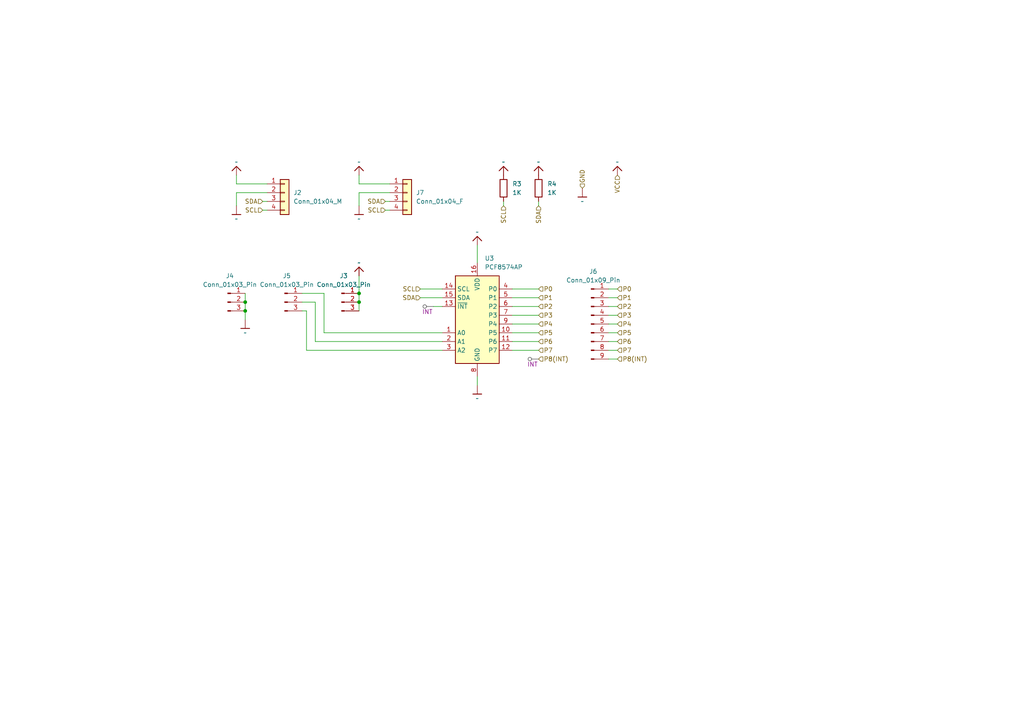
<source format=kicad_sch>
(kicad_sch (version 20250114) (generator "eeschema") (generator_version "9.0")
  (paper "A4")
  (lib_symbols
    (symbol "Adafruit PCA9685 rev C-eagle-import:GND" (power)
      (symbol "GND_1_0"
        (polyline (pts (xy -1.27 0) (xy 1.27 0)) (stroke (width 0.254)))
        (pin power_in line (at 0 2.54 270) (length 2.54) (name "GND") (number "1"))
      )
    )
    (symbol "Adafruit PCA9685 rev C-eagle-import:VCC" (power)
      (symbol "VCC_1_0"
        (polyline (pts (xy -1.27 -1.27) (xy 0 0)) (stroke (width 0.254)))
        (polyline (pts (xy 0 0) (xy 1.27 -1.27)) (stroke (width 0.254)))
        (pin power_in line (at 0 -2.54 90) (length 2.54) (name "VCC") (number "1"))
      )
    )
    (symbol "Connector:Conn_01x03_Pin" (pin_names (offset 1.016) (hide yes))
      (property "Reference" "J" (at 0 5.08 0))
      (property "Value" "Conn_01x03_Pin" (at 0 -5.08 0))
      (symbol "Conn_01x03_Pin_1_1"
        (rectangle (start 0.8636 2.667) (end 0 2.413) (stroke (width 0.1524)) (fill (type outline)))
        (rectangle (start 0.8636 0.127) (end 0 -0.127) (stroke (width 0.1524)) (fill (type outline)))
        (rectangle (start 0.8636 -2.413) (end 0 -2.667) (stroke (width 0.1524)) (fill (type outline)))
        (polyline (pts (xy 1.27 2.54) (xy 0.8636 2.54)) (stroke (width 0.1524)))
        (polyline (pts (xy 1.27 0) (xy 0.8636 0)) (stroke (width 0.1524)))
        (polyline (pts (xy 1.27 -2.54) (xy 0.8636 -2.54)) (stroke (width 0.1524)))
        (pin passive line (at 5.08 2.54 180) (length 3.81) (name "Pin_1") (number "1"))
        (pin passive line (at 5.08 0 180) (length 3.81) (name "Pin_2") (number "2"))
        (pin passive line (at 5.08 -2.54 180) (length 3.81) (name "Pin_3") (number "3"))
      )
    )
    (symbol "Connector:Conn_01x09_Pin" (pin_names (offset 1.016) (hide yes))
      (property "Reference" "J" (at 0 12.7 0))
      (property "Value" "Conn_01x09_Pin" (at 0 -12.7 0))
      (symbol "Conn_01x09_Pin_1_1"
        (rectangle (start 0.8636 10.287) (end 0 10.033) (stroke (width 0.1524)) (fill (type outline)))
        (rectangle (start 0.8636 7.747) (end 0 7.493) (stroke (width 0.1524)) (fill (type outline)))
        (rectangle (start 0.8636 5.207) (end 0 4.953) (stroke (width 0.1524)) (fill (type outline)))
        (rectangle (start 0.8636 2.667) (end 0 2.413) (stroke (width 0.1524)) (fill (type outline)))
        (rectangle (start 0.8636 0.127) (end 0 -0.127) (stroke (width 0.1524)) (fill (type outline)))
        (rectangle (start 0.8636 -2.413) (end 0 -2.667) (stroke (width 0.1524)) (fill (type outline)))
        (rectangle (start 0.8636 -4.953) (end 0 -5.207) (stroke (width 0.1524)) (fill (type outline)))
        (rectangle (start 0.8636 -7.493) (end 0 -7.747) (stroke (width 0.1524)) (fill (type outline)))
        (rectangle (start 0.8636 -10.033) (end 0 -10.287) (stroke (width 0.1524)) (fill (type outline)))
        (polyline (pts (xy 1.27 10.16) (xy 0.8636 10.16)) (stroke (width 0.1524)))
        (polyline (pts (xy 1.27 7.62) (xy 0.8636 7.62)) (stroke (width 0.1524)))
        (polyline (pts (xy 1.27 5.08) (xy 0.8636 5.08)) (stroke (width 0.1524)))
        (polyline (pts (xy 1.27 2.54) (xy 0.8636 2.54)) (stroke (width 0.1524)))
        (polyline (pts (xy 1.27 0) (xy 0.8636 0)) (stroke (width 0.1524)))
        (polyline (pts (xy 1.27 -2.54) (xy 0.8636 -2.54)) (stroke (width 0.1524)))
        (polyline (pts (xy 1.27 -5.08) (xy 0.8636 -5.08)) (stroke (width 0.1524)))
        (polyline (pts (xy 1.27 -7.62) (xy 0.8636 -7.62)) (stroke (width 0.1524)))
        (polyline (pts (xy 1.27 -10.16) (xy 0.8636 -10.16)) (stroke (width 0.1524)))
        (pin passive line (at 5.08 10.16 180) (length 3.81) (name "Pin_1") (number "1"))
        (pin passive line (at 5.08 7.62 180) (length 3.81) (name "Pin_2") (number "2"))
        (pin passive line (at 5.08 5.08 180) (length 3.81) (name "Pin_3") (number "3"))
        (pin passive line (at 5.08 2.54 180) (length 3.81) (name "Pin_4") (number "4"))
        (pin passive line (at 5.08 0 180) (length 3.81) (name "Pin_5") (number "5"))
        (pin passive line (at 5.08 -2.54 180) (length 3.81) (name "Pin_6") (number "6"))
        (pin passive line (at 5.08 -5.08 180) (length 3.81) (name "Pin_7") (number "7"))
        (pin passive line (at 5.08 -7.62 180) (length 3.81) (name "Pin_8") (number "8"))
        (pin passive line (at 5.08 -10.16 180) (length 3.81) (name "Pin_9") (number "9"))
      )
    )
    (symbol "Connector_Generic:Conn_01x04" (pin_names (offset 1.016) (hide yes))
      (property "Reference" "J" (at 0 5.08 0))
      (property "Value" "Conn_01x04" (at 0 -7.62 0))
      (symbol "Conn_01x04_1_1"
        (rectangle (start -1.27 3.81) (end 1.27 -6.35) (stroke (width 0.254)) (fill (type background)))
        (rectangle (start -1.27 2.667) (end 0 2.413) (stroke (width 0.1524)))
        (rectangle (start -1.27 0.127) (end 0 -0.127) (stroke (width 0.1524)))
        (rectangle (start -1.27 -2.413) (end 0 -2.667) (stroke (width 0.1524)))
        (rectangle (start -1.27 -4.953) (end 0 -5.207) (stroke (width 0.1524)))
        (pin passive line (at -5.08 2.54 0) (length 3.81) (name "Pin_1") (number "1"))
        (pin passive line (at -5.08 0 0) (length 3.81) (name "Pin_2") (number "2"))
        (pin passive line (at -5.08 -2.54 0) (length 3.81) (name "Pin_3") (number "3"))
        (pin passive line (at -5.08 -5.08 0) (length 3.81) (name "Pin_4") (number "4"))
      )
    )
    (symbol "Device:R" (pin_numbers (hide yes)) (pin_names (offset 0))
      (property "Reference" "R" (at 2.032 0 90))
      (property "Value" "R" (at 0 0 90))
      (symbol "R_0_1"
        (rectangle (start -1.016 -2.54) (end 1.016 2.54) (stroke (width 0.254)))
      )
      (symbol "R_1_1"
        (pin passive line (at 0 3.81 270) (length 1.27) (name "~") (number "1"))
        (pin passive line (at 0 -3.81 90) (length 1.27) (name "~") (number "2"))
      )
    )
    (symbol "Interface_Expansion:PCF8574AP"
      (property "Reference" "U" (at -6.35 12.954 0))
      (property "Value" "PCF8574AP" (at 3.048 12.954 0))
      (symbol "PCF8574AP_0_1"
        (rectangle (start -6.35 -13.97) (end 6.35 11.43) (stroke (width 0.254)) (fill (type background)))
      )
      (symbol "PCF8574AP_1_1"
        (pin input line (at -10.16 7.62 0) (length 3.81) (name "SCL") (number "14"))
        (pin bidirectional line (at -10.16 5.08 0) (length 3.81) (name "SDA") (number "15"))
        (pin open_collector line (at -10.16 2.54 0) (length 3.81) (name "~{INT}") (number "13"))
        (pin input line (at -10.16 -5.08 0) (length 3.81) (name "A0") (number "1"))
        (pin input line (at -10.16 -7.62 0) (length 3.81) (name "A1") (number "2"))
        (pin input line (at -10.16 -10.16 0) (length 3.81) (name "A2") (number "3"))
        (pin power_in line (at 0 15.24 270) (length 3.81) (name "VDD") (number "16"))
        (pin power_in line (at 0 -17.78 90) (length 3.81) (name "GND") (number "8"))
        (pin bidirectional line (at 10.16 7.62 180) (length 3.81) (name "P0") (number "4"))
        (pin bidirectional line (at 10.16 5.08 180) (length 3.81) (name "P1") (number "5"))
        (pin bidirectional line (at 10.16 2.54 180) (length 3.81) (name "P2") (number "6"))
        (pin bidirectional line (at 10.16 0 180) (length 3.81) (name "P3") (number "7"))
        (pin bidirectional line (at 10.16 -2.54 180) (length 3.81) (name "P4") (number "9"))
        (pin bidirectional line (at 10.16 -5.08 180) (length 3.81) (name "P5") (number "10"))
        (pin bidirectional line (at 10.16 -7.62 180) (length 3.81) (name "P6") (number "11"))
        (pin bidirectional line (at 10.16 -10.16 180) (length 3.81) (name "P7") (number "12"))
      )
    )
  )
  (junction (at 71.12 90.17))
  (junction (at 104.14 87.63))
  (junction (at 71.12 87.63))
  (junction (at 104.14 85.09))
  (wire (pts (xy 104.14 59.69) (xy 104.14 55.88)))
  (wire (pts (xy 146.05 59.69) (xy 146.05 58.42)))
  (wire (pts (xy 88.9 90.17) (xy 88.9 101.6)))
  (wire (pts (xy 104.14 80.01) (xy 104.14 85.09)))
  (wire (pts (xy 111.76 58.42) (xy 113.03 58.42)))
  (wire (pts (xy 71.12 90.17) (xy 71.12 92.71)))
  (wire (pts (xy 156.21 83.82) (xy 148.59 83.82)))
  (wire (pts (xy 76.2 60.96) (xy 77.47 60.96)))
  (wire (pts (xy 104.14 53.34) (xy 113.03 53.34)))
  (wire (pts (xy 87.63 90.17) (xy 88.9 90.17)))
  (wire (pts (xy 68.58 59.69) (xy 68.58 55.88)))
  (wire (pts (xy 138.43 71.12) (xy 138.43 76.2)))
  (wire (pts (xy 121.92 83.82) (xy 128.27 83.82)))
  (wire (pts (xy 176.53 101.6) (xy 179.07 101.6)))
  (wire (pts (xy 156.21 93.98) (xy 148.59 93.98)))
  (wire (pts (xy 104.14 85.09) (xy 104.14 87.63)))
  (wire (pts (xy 104.14 50.8) (xy 104.14 53.34)))
  (wire (pts (xy 176.53 104.14) (xy 179.07 104.14)))
  (wire (pts (xy 128.27 99.06) (xy 91.44 99.06)))
  (wire (pts (xy 68.58 55.88) (xy 77.47 55.88)))
  (wire (pts (xy 176.53 99.06) (xy 179.07 99.06)))
  (wire (pts (xy 76.2 58.42) (xy 77.47 58.42)))
  (wire (pts (xy 176.53 93.98) (xy 179.07 93.98)))
  (wire (pts (xy 71.12 85.09) (xy 71.12 87.63)))
  (wire (pts (xy 176.53 86.36) (xy 179.07 86.36)))
  (wire (pts (xy 176.53 83.82) (xy 179.07 83.82)))
  (wire (pts (xy 156.21 91.44) (xy 148.59 91.44)))
  (wire (pts (xy 121.92 86.36) (xy 128.27 86.36)))
  (wire (pts (xy 71.12 87.63) (xy 71.12 90.17)))
  (wire (pts (xy 125.73 88.9) (xy 128.27 88.9)))
  (wire (pts (xy 104.14 55.88) (xy 113.03 55.88)))
  (wire (pts (xy 104.14 87.63) (xy 104.14 90.17)))
  (wire (pts (xy 156.21 88.9) (xy 148.59 88.9)))
  (wire (pts (xy 111.76 60.96) (xy 113.03 60.96)))
  (wire (pts (xy 156.21 99.06) (xy 148.59 99.06)))
  (wire (pts (xy 93.98 85.09) (xy 93.98 96.52)))
  (wire (pts (xy 91.44 87.63) (xy 87.63 87.63)))
  (wire (pts (xy 176.53 96.52) (xy 179.07 96.52)))
  (wire (pts (xy 138.43 109.22) (xy 138.43 111.76)))
  (wire (pts (xy 91.44 99.06) (xy 91.44 87.63)))
  (wire (pts (xy 156.21 96.52) (xy 148.59 96.52)))
  (wire (pts (xy 88.9 101.6) (xy 128.27 101.6)))
  (wire (pts (xy 176.53 88.9) (xy 179.07 88.9)))
  (wire (pts (xy 156.21 86.36) (xy 148.59 86.36)))
  (wire (pts (xy 68.58 50.8) (xy 68.58 53.34)))
  (wire (pts (xy 68.58 53.34) (xy 77.47 53.34)))
  (wire (pts (xy 87.63 85.09) (xy 93.98 85.09)))
  (wire (pts (xy 176.53 91.44) (xy 179.07 91.44)))
  (wire (pts (xy 156.21 101.6) (xy 148.59 101.6)))
  (wire (pts (xy 93.98 96.52) (xy 128.27 96.52)))
  (wire (pts (xy 156.21 59.69) (xy 156.21 58.42)))
  (hierarchical_label "SDA" (shape input) (at 156.21 59.69 270))
  (hierarchical_label "P3" (shape input) (at 179.07 91.44 0))
  (hierarchical_label "P2" (shape input) (at 156.21 88.9 0))
  (hierarchical_label "P2" (shape input) (at 179.07 88.9 0))
  (hierarchical_label "P0" (shape input) (at 156.21 83.82 0))
  (hierarchical_label "SCL" (shape input) (at 146.05 59.69 270))
  (hierarchical_label "P8(INT)" (shape input) (at 156.21 104.14 0))
  (hierarchical_label "SCL" (shape input) (at 111.76 60.96 180))
  (hierarchical_label "P3" (shape input) (at 156.21 91.44 0))
  (hierarchical_label "P6" (shape input) (at 156.21 99.06 0))
  (hierarchical_label "P4" (shape input) (at 156.21 93.98 0))
  (hierarchical_label "P0" (shape input) (at 179.07 83.82 0))
  (hierarchical_label "P1" (shape input) (at 156.21 86.36 0))
  (hierarchical_label "SDA" (shape input) (at 121.92 86.36 180))
  (hierarchical_label "VCC" (shape input) (at 179.07 50.8 270))
  (hierarchical_label "P5" (shape input) (at 156.21 96.52 0))
  (hierarchical_label "P1" (shape input) (at 179.07 86.36 0))
  (hierarchical_label "SCL" (shape input) (at 121.92 83.82 180))
  (hierarchical_label "P7" (shape input) (at 156.21 101.6 0))
  (hierarchical_label "SCL" (shape input) (at 76.2 60.96 180))
  (hierarchical_label "P5" (shape input) (at 179.07 96.52 0))
  (hierarchical_label "SDA" (shape input) (at 76.2 58.42 180))
  (hierarchical_label "P6" (shape input) (at 179.07 99.06 0))
  (hierarchical_label "GND" (shape input) (at 168.91 54.61 90))
  (hierarchical_label "P7" (shape input) (at 179.07 101.6 0))
  (hierarchical_label "P8(INT)" (shape input) (at 179.07 104.14 0))
  (hierarchical_label "SDA" (shape input) (at 111.76 58.42 180))
  (hierarchical_label "P4" (shape input) (at 179.07 93.98 0))
  (netclass_flag "" (length 2.54) (shape round) (at 156.21 104.14 90) (property "Netclass" "INT" (at 152.908 105.664 0) (effects (justify left))))
  (netclass_flag "" (length 2.54) (shape round) (at 125.73 88.9 90) (property "Netclass" "INT" (at 122.428 90.424 0) (effects (justify left))))
  (symbol (lib_id "Connector_Generic:Conn_01x04") (at 118.11 55.88 0) (unit 1)
    (property "Reference" "J7" (at 120.65 55.8799 0) (effects (justify left)))
    (property "Value" "Conn_01x04_F" (at 120.65 58.4199 0) (effects (justify left)))
    (property "Footprint" "Connector_PinSocket_2.00mm:PinSocket_1x04_P2.00mm_Horizontal" (effects (hide yes)))
    (property "Description" "Generic connector, single row, 01x04, script generated (kicad-library-utils/schlib/autogen/connector/)" (effects (hide yes)))
  )
  (symbol (lib_id "Adafruit PCA9685 rev C-eagle-import:VCC") (at 146.05 48.26 0) (unit 1)
    (property "Reference" "#P+02" (effects (hide yes)))
    (property "Value" "~" (at 146.05 46.99 0) (effects (font (size 1.27 1.0795))))
    (property "Description" "VCC SUPPLY SYMBOL" (effects (hide yes)))
  )
  (symbol (lib_id "Adafruit PCA9685 rev C-eagle-import:VCC") (at 104.14 77.47 0) (unit 1)
    (property "Reference" "#P+05" (effects (hide yes)))
    (property "Value" "~" (at 104.14 76.2 0) (effects (font (size 1.27 1.0795))))
    (property "Description" "VCC SUPPLY SYMBOL" (effects (hide yes)))
  )
  (symbol (lib_id "Adafruit PCA9685 rev C-eagle-import:GND") (at 68.58 62.23 0) (unit 1)
    (property "Reference" "01" (effects (hide yes)))
    (property "Value" "~" (at 68.58 63.5 0) (effects (font (size 1.27 1.0795))))
    (property "Description" "GND" (effects (hide yes)))
  )
  (symbol (lib_id "Adafruit PCA9685 rev C-eagle-import:GND") (at 168.91 57.15 0) (unit 1)
    (property "Reference" "01" (effects (hide yes)))
    (property "Value" "~" (at 168.91 58.42 0) (effects (font (size 1.27 1.0795))))
    (property "Description" "GND" (effects (hide yes)))
  )
  (symbol (lib_id "Adafruit PCA9685 rev C-eagle-import:GND") (at 104.14 62.23 0) (unit 1)
    (property "Reference" "0101" (effects (hide yes)))
    (property "Value" "~" (at 104.14 63.5 0) (effects (font (size 1.27 1.0795))))
    (property "Description" "GND" (effects (hide yes)))
  )
  (symbol (lib_id "Adafruit PCA9685 rev C-eagle-import:VCC") (at 104.14 48.26 0) (unit 1)
    (property "Reference" "#P+012" (effects (hide yes)))
    (property "Value" "~" (at 104.14 46.99 0) (effects (font (size 1.27 1.0795))))
    (property "Description" "VCC SUPPLY SYMBOL" (effects (hide yes)))
  )
  (symbol (lib_id "Adafruit PCA9685 rev C-eagle-import:VCC") (at 138.43 68.58 0) (unit 1)
    (property "Reference" "#P+01" (effects (hide yes)))
    (property "Value" "~" (at 138.43 67.31 0) (effects (font (size 1.27 1.0795))))
    (property "Description" "VCC SUPPLY SYMBOL" (effects (hide yes)))
  )
  (symbol (lib_id "Adafruit PCA9685 rev C-eagle-import:VCC") (at 68.58 48.26 0) (unit 1)
    (property "Reference" "#P+04" (effects (hide yes)))
    (property "Value" "~" (at 68.58 46.99 0) (effects (font (size 1.27 1.0795))))
    (property "Description" "VCC SUPPLY SYMBOL" (effects (hide yes)))
  )
  (symbol (lib_id "Adafruit PCA9685 rev C-eagle-import:VCC") (at 179.07 48.26 0) (unit 1)
    (property "Reference" "#P+08" (effects (hide yes)))
    (property "Value" "~" (at 179.07 46.99 0) (effects (font (size 1.27 1.0795))))
    (property "Description" "VCC SUPPLY SYMBOL" (effects (hide yes)))
  )
  (symbol (lib_id "Interface_Expansion:PCF8574AP") (at 138.43 91.44 0) (unit 1)
    (property "Reference" "U3" (at 140.5733 74.93 0) (effects (justify left)))
    (property "Value" "PCF8574AP" (at 140.5733 77.47 0) (effects (justify left)))
    (property "Footprint" "Package_DIP:DIP-16_W7.62mm" (effects (hide yes)))
    (property "Datasheet" "http://www.nxp.com/docs/en/data-sheet/PCF8574_PCF8574A.pdf" (effects (hide yes)))
    (property "Description" "8 Bit Port/Expander to I2C Bus, fixed address bits 0b0111, DIP-16" (effects (hide yes)))
  )
  (symbol (lib_id "Connector:Conn_01x09_Pin") (at 171.45 93.98 0) (unit 1)
    (property "Reference" "J6" (at 172.085 78.74 0))
    (property "Value" "Conn_01x09_Pin" (at 172.085 81.28 0))
    (property "Footprint" "Connector_PinHeader_2.00mm:PinHeader_1x09_P2.00mm_Vertical" (effects (hide yes)))
    (property "Description" "Generic connector, single row, 01x09, script generated" (effects (hide yes)))
  )
  (symbol (lib_id "Adafruit PCA9685 rev C-eagle-import:GND") (at 71.12 95.25 0) (unit 1)
    (property "Reference" "01" (effects (hide yes)))
    (property "Value" "~" (at 71.12 96.52 0) (effects (font (size 1.27 1.0795))))
    (property "Description" "GND" (effects (hide yes)))
  )
  (symbol (lib_id "Connector:Conn_01x03_Pin") (at 99.06 87.63 0) (unit 1)
    (property "Reference" "J3" (at 99.695 80.01 0))
    (property "Value" "Conn_01x03_Pin" (at 99.695 82.55 0))
    (property "Footprint" "Connector_PinHeader_2.00mm:PinHeader_1x03_P2.00mm_Vertical" (effects (hide yes)))
    (property "Description" "Generic connector, single row, 01x03, script generated" (effects (hide yes)))
  )
  (symbol (lib_id "Device:R") (at 146.05 54.61 0) (unit 1)
    (property "Reference" "R3" (at 148.59 53.3399 0) (effects (justify left)))
    (property "Value" "1K" (at 148.59 55.8799 0) (effects (justify left)))
    (property "Description" "Resistor" (effects (hide yes)))
  )
  (symbol (lib_id "Connector:Conn_01x03_Pin") (at 82.55 87.63 0) (unit 1)
    (property "Reference" "J5" (at 83.185 80.01 0))
    (property "Value" "Conn_01x03_Pin" (at 83.185 82.55 0))
    (property "Footprint" "Connector_PinHeader_2.00mm:PinHeader_1x03_P2.00mm_Vertical" (effects (hide yes)))
    (property "Description" "Generic connector, single row, 01x03, script generated" (effects (hide yes)))
  )
  (symbol (lib_id "Connector:Conn_01x03_Pin") (at 66.04 87.63 0) (unit 1)
    (property "Reference" "J4" (at 66.675 80.01 0))
    (property "Value" "Conn_01x03_Pin" (at 66.675 82.55 0))
    (property "Footprint" "Connector_PinHeader_2.00mm:PinHeader_1x03_P2.00mm_Vertical" (effects (hide yes)))
    (property "Description" "Generic connector, single row, 01x03, script generated" (effects (hide yes)))
  )
  (symbol (lib_id "Adafruit PCA9685 rev C-eagle-import:VCC") (at 156.21 48.26 0) (unit 1)
    (property "Reference" "#P+03" (effects (hide yes)))
    (property "Value" "~" (at 156.21 46.99 0) (effects (font (size 1.27 1.0795))))
    (property "Description" "VCC SUPPLY SYMBOL" (effects (hide yes)))
  )
  (symbol (lib_id "Connector_Generic:Conn_01x04") (at 82.55 55.88 0) (unit 1)
    (property "Reference" "J2" (at 85.09 55.8799 0) (effects (justify left)))
    (property "Value" "Conn_01x04_M" (at 85.09 58.4199 0) (effects (justify left)))
    (property "Footprint" "Connector_PinHeader_2.00mm:PinHeader_1x04_P2.00mm_Horizontal" (effects (hide yes)))
    (property "Description" "Generic connector, single row, 01x04, script generated (kicad-library-utils/schlib/autogen/connector/)" (effects (hide yes)))
  )
  (symbol (lib_id "Adafruit PCA9685 rev C-eagle-import:GND") (at 138.43 114.3 0) (unit 1)
    (property "Reference" "01" (effects (hide yes)))
    (property "Value" "~" (at 138.43 115.57 0) (effects (font (size 1.27 1.0795))))
    (property "Description" "GND" (effects (hide yes)))
  )
  (symbol (lib_id "Device:R") (at 156.21 54.61 0) (unit 1)
    (property "Reference" "R4" (at 158.75 53.3399 0) (effects (justify left)))
    (property "Value" "1K" (at 158.75 55.8799 0) (effects (justify left)))
    (property "Description" "Resistor" (effects (hide yes)))
  )
)
</source>
